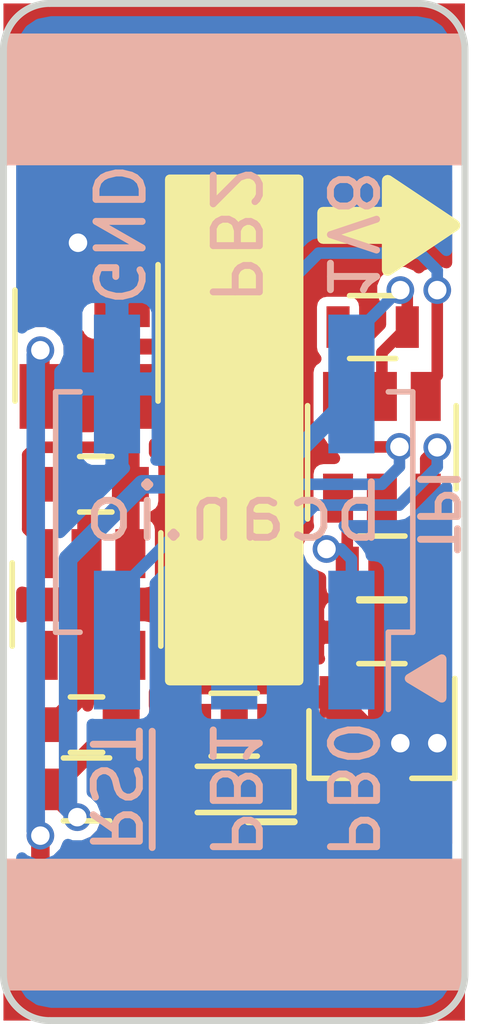
<source format=kicad_pcb>
(kicad_pcb (version 4) (host pcbnew 4.0.6)

  (general
    (links 29)
    (no_connects 0)
    (area 144.924999 88.924999 155.075001 111.075001)
    (thickness 1.6)
    (drawings 20)
    (tracks 122)
    (zones 0)
    (modules 15)
    (nets 14)
  )

  (page A4)
  (title_block
    (title "IR Beacon Board")
    (date 2017-03-16)
    (rev 1.1)
    (company "ECE 445")
  )

  (layers
    (0 F.Cu signal)
    (31 B.Cu signal)
    (32 B.Adhes user)
    (33 F.Adhes user)
    (34 B.Paste user)
    (35 F.Paste user)
    (36 B.SilkS user)
    (37 F.SilkS user)
    (38 B.Mask user)
    (39 F.Mask user)
    (40 Dwgs.User user)
    (41 Cmts.User user)
    (42 Eco1.User user)
    (43 Eco2.User user)
    (44 Edge.Cuts user)
    (45 Margin user)
    (46 B.CrtYd user)
    (47 F.CrtYd user)
    (48 B.Fab user hide)
    (49 F.Fab user hide)
  )

  (setup
    (last_trace_width 0.25)
    (trace_clearance 0.2)
    (zone_clearance 0.2)
    (zone_45_only yes)
    (trace_min 0.16)
    (segment_width 0.2)
    (edge_width 0.15)
    (via_size 0.6)
    (via_drill 0.4)
    (via_min_size 0.4)
    (via_min_drill 0.3)
    (uvia_size 0.3)
    (uvia_drill 0.1)
    (uvias_allowed no)
    (uvia_min_size 0.2)
    (uvia_min_drill 0.1)
    (pcb_text_width 0.3)
    (pcb_text_size 1.5 1.5)
    (mod_edge_width 0.15)
    (mod_text_size 1 1)
    (mod_text_width 0.15)
    (pad_size 3.5 10)
    (pad_drill 0)
    (pad_to_mask_clearance 0.2)
    (aux_axis_origin 0 0)
    (visible_elements FFFFFF7F)
    (pcbplotparams
      (layerselection 0x010f0_80000001)
      (usegerberextensions true)
      (excludeedgelayer true)
      (linewidth 0.100000)
      (plotframeref false)
      (viasonmask false)
      (mode 1)
      (useauxorigin false)
      (hpglpennumber 1)
      (hpglpenspeed 20)
      (hpglpendiameter 15)
      (hpglpenoverlay 2)
      (psnegative false)
      (psa4output false)
      (plotreference true)
      (plotvalue true)
      (plotinvisibletext false)
      (padsonsilk false)
      (subtractmaskfromsilk false)
      (outputformat 1)
      (mirror false)
      (drillshape 0)
      (scaleselection 1)
      (outputdirectory images))
  )

  (net 0 "")
  (net 1 GND)
  (net 2 "Net-(D1-Pad2)")
  (net 3 "Net-(D1-Pad1)")
  (net 4 "Net-(Q1-Pad1)")
  (net 5 /~RST)
  (net 6 "Net-(U2-Pad4)")
  (net 7 VCC)
  (net 8 /RAIL_L)
  (net 9 /RAIL_R)
  (net 10 +1V8)
  (net 11 /PB2)
  (net 12 /PB0)
  (net 13 /PB1)

  (net_class Default "This is the default net class."
    (clearance 0.2)
    (trace_width 0.25)
    (via_dia 0.6)
    (via_drill 0.4)
    (uvia_dia 0.3)
    (uvia_drill 0.1)
    (add_net /PB0)
    (add_net /PB1)
    (add_net /PB2)
    (add_net /~RST)
    (add_net "Net-(Q1-Pad1)")
    (add_net "Net-(U2-Pad4)")
  )

  (net_class Power ""
    (clearance 0.2)
    (trace_width 0.4)
    (via_dia 0.6)
    (via_drill 0.4)
    (uvia_dia 0.3)
    (uvia_drill 0.1)
    (add_net +1V8)
    (add_net /RAIL_L)
    (add_net /RAIL_R)
    (add_net GND)
    (add_net "Net-(D1-Pad1)")
    (add_net "Net-(D1-Pad2)")
    (add_net VCC)
  )

  (net_class Tight ""
    (clearance 0.2)
    (trace_width 0.2)
    (via_dia 0.5)
    (via_drill 0.3)
    (uvia_dia 0.3)
    (uvia_drill 0.1)
  )

  (module Resistors_SMD:R_0603 (layer F.Cu) (tedit 5902B600) (tstamp 58C5DD79)
    (at 146.8 106)
    (descr "Resistor SMD 0603, reflow soldering, Vishay (see dcrcw.pdf)")
    (tags "resistor 0603")
    (path /5902BC3D)
    (attr smd)
    (fp_text reference R4 (at 0 0 90) (layer F.SilkS) hide
      (effects (font (size 0.6 0.6) (thickness 0.1)))
    )
    (fp_text value 47 (at 0 1.5) (layer F.Fab)
      (effects (font (size 1 1) (thickness 0.15)))
    )
    (fp_text user %R (at 0 -1.45) (layer F.Fab)
      (effects (font (size 1 1) (thickness 0.15)))
    )
    (fp_line (start -0.8 0.4) (end -0.8 -0.4) (layer F.Fab) (width 0.1))
    (fp_line (start 0.8 0.4) (end -0.8 0.4) (layer F.Fab) (width 0.1))
    (fp_line (start 0.8 -0.4) (end 0.8 0.4) (layer F.Fab) (width 0.1))
    (fp_line (start -0.8 -0.4) (end 0.8 -0.4) (layer F.Fab) (width 0.1))
    (fp_line (start 0.5 0.68) (end -0.5 0.68) (layer F.SilkS) (width 0.12))
    (fp_line (start -0.5 -0.68) (end 0.5 -0.68) (layer F.SilkS) (width 0.12))
    (fp_line (start -1.25 -0.7) (end 1.25 -0.7) (layer F.CrtYd) (width 0.05))
    (fp_line (start -1.25 -0.7) (end -1.25 0.7) (layer F.CrtYd) (width 0.05))
    (fp_line (start 1.25 0.7) (end 1.25 -0.7) (layer F.CrtYd) (width 0.05))
    (fp_line (start 1.25 0.7) (end -1.25 0.7) (layer F.CrtYd) (width 0.05))
    (pad 1 smd rect (at -0.75 0) (size 0.5 0.9) (layers F.Cu F.Paste F.Mask)
      (net 10 +1V8))
    (pad 2 smd rect (at 0.75 0) (size 0.5 0.9) (layers F.Cu F.Paste F.Mask)
      (net 2 "Net-(D1-Pad2)"))
    (model Resistors_SMD.3dshapes/R_0603.wrl
      (at (xyz 0 0 0))
      (scale (xyz 1 1 1))
      (rotate (xyz 0 0 0))
    )
  )

  (module Capacitors_SMD:C_0603 (layer F.Cu) (tedit 5902B607) (tstamp 58C5DD65)
    (at 146.8 104.6 180)
    (descr "Capacitor SMD 0603, reflow soldering, AVX (see smccp.pdf)")
    (tags "capacitor 0603")
    (path /59017DF4)
    (attr smd)
    (fp_text reference C2 (at 0 0 270) (layer F.SilkS) hide
      (effects (font (size 0.6 0.6) (thickness 0.1)))
    )
    (fp_text value 1u (at 0 1.5 180) (layer F.Fab)
      (effects (font (size 1 1) (thickness 0.15)))
    )
    (fp_text user %R (at 0 -1.5 180) (layer F.Fab)
      (effects (font (size 1 1) (thickness 0.15)))
    )
    (fp_line (start -0.8 0.4) (end -0.8 -0.4) (layer F.Fab) (width 0.1))
    (fp_line (start 0.8 0.4) (end -0.8 0.4) (layer F.Fab) (width 0.1))
    (fp_line (start 0.8 -0.4) (end 0.8 0.4) (layer F.Fab) (width 0.1))
    (fp_line (start -0.8 -0.4) (end 0.8 -0.4) (layer F.Fab) (width 0.1))
    (fp_line (start -0.35 -0.6) (end 0.35 -0.6) (layer F.SilkS) (width 0.12))
    (fp_line (start 0.35 0.6) (end -0.35 0.6) (layer F.SilkS) (width 0.12))
    (fp_line (start -1.4 -0.65) (end 1.4 -0.65) (layer F.CrtYd) (width 0.05))
    (fp_line (start -1.4 -0.65) (end -1.4 0.65) (layer F.CrtYd) (width 0.05))
    (fp_line (start 1.4 0.65) (end 1.4 -0.65) (layer F.CrtYd) (width 0.05))
    (fp_line (start 1.4 0.65) (end -1.4 0.65) (layer F.CrtYd) (width 0.05))
    (pad 1 smd rect (at -0.75 0 180) (size 0.8 0.75) (layers F.Cu F.Paste F.Mask)
      (net 10 +1V8))
    (pad 2 smd rect (at 0.75 0 180) (size 0.8 0.75) (layers F.Cu F.Paste F.Mask)
      (net 1 GND))
    (model Capacitors_SMD.3dshapes/C_0603.wrl
      (at (xyz 0 0 0))
      (scale (xyz 1 1 1))
      (rotate (xyz 0 0 0))
    )
  )

  (module Resistors_SMD:R_0603 (layer F.Cu) (tedit 5902B60E) (tstamp 58C5DD7E)
    (at 150 104.6)
    (descr "Resistor SMD 0603, reflow soldering, Vishay (see dcrcw.pdf)")
    (tags "resistor 0603")
    (path /5902BB8D)
    (attr smd)
    (fp_text reference R5 (at 0 0 90) (layer F.SilkS) hide
      (effects (font (size 0.6 0.6) (thickness 0.1)))
    )
    (fp_text value R (at 0 1.5) (layer F.Fab)
      (effects (font (size 1 1) (thickness 0.15)))
    )
    (fp_text user %R (at 0 -1.45) (layer F.Fab)
      (effects (font (size 1 1) (thickness 0.15)))
    )
    (fp_line (start -0.8 0.4) (end -0.8 -0.4) (layer F.Fab) (width 0.1))
    (fp_line (start 0.8 0.4) (end -0.8 0.4) (layer F.Fab) (width 0.1))
    (fp_line (start 0.8 -0.4) (end 0.8 0.4) (layer F.Fab) (width 0.1))
    (fp_line (start -0.8 -0.4) (end 0.8 -0.4) (layer F.Fab) (width 0.1))
    (fp_line (start 0.5 0.68) (end -0.5 0.68) (layer F.SilkS) (width 0.12))
    (fp_line (start -0.5 -0.68) (end 0.5 -0.68) (layer F.SilkS) (width 0.12))
    (fp_line (start -1.25 -0.7) (end 1.25 -0.7) (layer F.CrtYd) (width 0.05))
    (fp_line (start -1.25 -0.7) (end -1.25 0.7) (layer F.CrtYd) (width 0.05))
    (fp_line (start 1.25 0.7) (end 1.25 -0.7) (layer F.CrtYd) (width 0.05))
    (fp_line (start 1.25 0.7) (end -1.25 0.7) (layer F.CrtYd) (width 0.05))
    (pad 1 smd rect (at -0.75 0) (size 0.5 0.9) (layers F.Cu F.Paste F.Mask)
      (net 2 "Net-(D1-Pad2)"))
    (pad 2 smd rect (at 0.75 0) (size 0.5 0.9) (layers F.Cu F.Paste F.Mask)
      (net 3 "Net-(D1-Pad1)"))
    (model Resistors_SMD.3dshapes/R_0603.wrl
      (at (xyz 0 0 0))
      (scale (xyz 1 1 1))
      (rotate (xyz 0 0 0))
    )
  )

  (module LEDs:LED_0603 (layer F.Cu) (tedit 58CB11E2) (tstamp 58AB3387)
    (at 150 106 180)
    (descr "LED 0603 smd package")
    (tags "LED led 0603 SMD smd SMT smt smdled SMDLED smtled SMTLED")
    (path /588C319B)
    (attr smd)
    (fp_text reference D1 (at 0 0 270) (layer F.SilkS) hide
      (effects (font (size 0.6 0.6) (thickness 0.1)))
    )
    (fp_text value IR (at 0 1.35 180) (layer F.Fab)
      (effects (font (size 1 1) (thickness 0.15)))
    )
    (fp_line (start -1.3 -0.5) (end -1.3 0.5) (layer F.SilkS) (width 0.12))
    (fp_line (start -0.2 -0.2) (end -0.2 0.2) (layer F.Fab) (width 0.1))
    (fp_line (start -0.15 0) (end 0.15 -0.2) (layer F.Fab) (width 0.1))
    (fp_line (start 0.15 0.2) (end -0.15 0) (layer F.Fab) (width 0.1))
    (fp_line (start 0.15 -0.2) (end 0.15 0.2) (layer F.Fab) (width 0.1))
    (fp_line (start 0.8 0.4) (end -0.8 0.4) (layer F.Fab) (width 0.1))
    (fp_line (start 0.8 -0.4) (end 0.8 0.4) (layer F.Fab) (width 0.1))
    (fp_line (start -0.8 -0.4) (end 0.8 -0.4) (layer F.Fab) (width 0.1))
    (fp_line (start -0.8 0.4) (end -0.8 -0.4) (layer F.Fab) (width 0.1))
    (fp_line (start -1.3 0.5) (end 0.8 0.5) (layer F.SilkS) (width 0.12))
    (fp_line (start -1.3 -0.5) (end 0.8 -0.5) (layer F.SilkS) (width 0.12))
    (fp_line (start 1.45 -0.65) (end 1.45 0.65) (layer F.CrtYd) (width 0.05))
    (fp_line (start 1.45 0.65) (end -1.45 0.65) (layer F.CrtYd) (width 0.05))
    (fp_line (start -1.45 0.65) (end -1.45 -0.65) (layer F.CrtYd) (width 0.05))
    (fp_line (start -1.45 -0.65) (end 1.45 -0.65) (layer F.CrtYd) (width 0.05))
    (pad 2 smd rect (at 0.8 0) (size 0.8 0.8) (layers F.Cu F.Paste F.Mask)
      (net 2 "Net-(D1-Pad2)"))
    (pad 1 smd rect (at -0.8 0) (size 0.8 0.8) (layers F.Cu F.Paste F.Mask)
      (net 3 "Net-(D1-Pad1)"))
    (model LEDs.3dshapes/LED_0603.wrl
      (at (xyz 0 0 0))
      (scale (xyz 1 1 1))
      (rotate (xyz 0 0 180))
    )
  )

  (module TO_SOT_Packages_SMD:SOT-143 (layer F.Cu) (tedit 5902B620) (tstamp 58AB338F)
    (at 146.8 96.4 270)
    (descr SOT-143)
    (tags SOT-143)
    (path /58916D19)
    (attr smd)
    (fp_text reference D2 (at 0.25 0 360) (layer F.SilkS) hide
      (effects (font (size 0.6 0.6) (thickness 0.1)))
    )
    (fp_text value BAS4002A (at -0.28 2.48 270) (layer F.Fab)
      (effects (font (size 1 1) (thickness 0.15)))
    )
    (fp_line (start -1.2 1.55) (end 1.2 1.55) (layer F.SilkS) (width 0.12))
    (fp_line (start 1.2 -1.55) (end -1.75 -1.55) (layer F.SilkS) (width 0.12))
    (fp_line (start -1.2 -1) (end -0.7 -1.5) (layer F.Fab) (width 0.1))
    (fp_line (start -0.7 -1.5) (end 1.2 -1.5) (layer F.Fab) (width 0.1))
    (fp_line (start -1.2 1.5) (end -1.2 -1) (layer F.Fab) (width 0.1))
    (fp_line (start 1.2 1.5) (end -1.2 1.5) (layer F.Fab) (width 0.1))
    (fp_line (start 1.2 -1.5) (end 1.2 1.5) (layer F.Fab) (width 0.1))
    (fp_line (start 2.05 -1.75) (end 2.05 1.75) (layer F.CrtYd) (width 0.05))
    (fp_line (start 2.05 -1.75) (end -2.05 -1.75) (layer F.CrtYd) (width 0.05))
    (fp_line (start -2.05 1.75) (end 2.05 1.75) (layer F.CrtYd) (width 0.05))
    (fp_line (start -2.05 1.75) (end -2.05 -1.75) (layer F.CrtYd) (width 0.05))
    (pad 1 smd rect (at -1.1 -0.77 180) (size 1.2 1.4) (layers F.Cu F.Paste F.Mask)
      (net 1 GND))
    (pad 2 smd rect (at -1.1 0.95 180) (size 1 1.4) (layers F.Cu F.Paste F.Mask)
      (net 8 /RAIL_L))
    (pad 3 smd rect (at 1.1 0.95 180) (size 1 1.4) (layers F.Cu F.Paste F.Mask)
      (net 9 /RAIL_R))
    (pad 4 smd rect (at 1.1 -0.95 180) (size 1 1.4) (layers F.Cu F.Paste F.Mask)
      (net 7 VCC))
    (model TO_SOT_Packages_SMD.3dshapes/SOT-143.wrl
      (at (xyz 0 -0 0))
      (scale (xyz 1 1 1))
      (rotate (xyz 0 0 90))
    )
  )

  (module TO_SOT_Packages_SMD:SOT-23 (layer F.Cu) (tedit 5902B639) (tstamp 58AB3396)
    (at 153.2 105 270)
    (descr "SOT-23, Standard")
    (tags SOT-23)
    (path /589435EC)
    (attr smd)
    (fp_text reference Q1 (at 0 0 360) (layer F.SilkS) hide
      (effects (font (size 0.6 0.6) (thickness 0.1)))
    )
    (fp_text value BSS138 (at 0 2.5 270) (layer F.Fab)
      (effects (font (size 1 1) (thickness 0.15)))
    )
    (fp_line (start -0.7 -0.95) (end -0.7 1.5) (layer F.Fab) (width 0.1))
    (fp_line (start -0.15 -1.52) (end 0.7 -1.52) (layer F.Fab) (width 0.1))
    (fp_line (start -0.7 -0.95) (end -0.15 -1.52) (layer F.Fab) (width 0.1))
    (fp_line (start 0.7 -1.52) (end 0.7 1.52) (layer F.Fab) (width 0.1))
    (fp_line (start -0.7 1.52) (end 0.7 1.52) (layer F.Fab) (width 0.1))
    (fp_line (start 0.76 1.58) (end 0.76 0.65) (layer F.SilkS) (width 0.12))
    (fp_line (start 0.76 -1.58) (end 0.76 -0.65) (layer F.SilkS) (width 0.12))
    (fp_line (start -1.7 -1.75) (end 1.7 -1.75) (layer F.CrtYd) (width 0.05))
    (fp_line (start 1.7 -1.75) (end 1.7 1.75) (layer F.CrtYd) (width 0.05))
    (fp_line (start 1.7 1.75) (end -1.7 1.75) (layer F.CrtYd) (width 0.05))
    (fp_line (start -1.7 1.75) (end -1.7 -1.75) (layer F.CrtYd) (width 0.05))
    (fp_line (start 0.76 -1.58) (end -1.4 -1.58) (layer F.SilkS) (width 0.12))
    (fp_line (start 0.76 1.58) (end -0.7 1.58) (layer F.SilkS) (width 0.12))
    (pad 1 smd rect (at -1 -0.95 270) (size 0.9 0.8) (layers F.Cu F.Paste F.Mask)
      (net 4 "Net-(Q1-Pad1)"))
    (pad 2 smd rect (at -1 0.95 270) (size 0.9 0.8) (layers F.Cu F.Paste F.Mask)
      (net 1 GND))
    (pad 3 smd rect (at 1 0 270) (size 0.9 0.8) (layers F.Cu F.Paste F.Mask)
      (net 3 "Net-(D1-Pad1)"))
    (model TO_SOT_Packages_SMD.3dshapes/SOT-23.wrl
      (at (xyz 0 0 0))
      (scale (xyz 1 1 1))
      (rotate (xyz 0 0 90))
    )
  )

  (module TO_SOT_Packages_SMD:SOT-23-5 (layer F.Cu) (tedit 5902B636) (tstamp 58AB33C9)
    (at 146.8 102 270)
    (descr "5-pin SOT23 package")
    (tags SOT-23-5)
    (path /58AB0B0D)
    (attr smd)
    (fp_text reference U2 (at 0 0 360) (layer F.SilkS) hide
      (effects (font (size 0.6 0.6) (thickness 0.1)))
    )
    (fp_text value MIC5225-1.8YM5 (at 0 2.9 270) (layer F.Fab)
      (effects (font (size 1 1) (thickness 0.15)))
    )
    (fp_line (start -0.9 1.61) (end 0.9 1.61) (layer F.SilkS) (width 0.12))
    (fp_line (start 0.9 -1.61) (end -1.55 -1.61) (layer F.SilkS) (width 0.12))
    (fp_line (start -1.9 -1.8) (end 1.9 -1.8) (layer F.CrtYd) (width 0.05))
    (fp_line (start 1.9 -1.8) (end 1.9 1.8) (layer F.CrtYd) (width 0.05))
    (fp_line (start 1.9 1.8) (end -1.9 1.8) (layer F.CrtYd) (width 0.05))
    (fp_line (start -1.9 1.8) (end -1.9 -1.8) (layer F.CrtYd) (width 0.05))
    (fp_line (start -0.9 -0.9) (end -0.25 -1.55) (layer F.Fab) (width 0.1))
    (fp_line (start 0.9 -1.55) (end -0.25 -1.55) (layer F.Fab) (width 0.1))
    (fp_line (start -0.9 -0.9) (end -0.9 1.55) (layer F.Fab) (width 0.1))
    (fp_line (start 0.9 1.55) (end -0.9 1.55) (layer F.Fab) (width 0.1))
    (fp_line (start 0.9 -1.55) (end 0.9 1.55) (layer F.Fab) (width 0.1))
    (pad 1 smd rect (at -1.1 -0.95 270) (size 1.06 0.65) (layers F.Cu F.Paste F.Mask)
      (net 7 VCC))
    (pad 2 smd rect (at -1.1 0 270) (size 1.06 0.65) (layers F.Cu F.Paste F.Mask)
      (net 1 GND))
    (pad 3 smd rect (at -1.1 0.95 270) (size 1.06 0.65) (layers F.Cu F.Paste F.Mask)
      (net 7 VCC))
    (pad 4 smd rect (at 1.1 0.95 270) (size 1.06 0.65) (layers F.Cu F.Paste F.Mask)
      (net 6 "Net-(U2-Pad4)"))
    (pad 5 smd rect (at 1.1 -0.95 270) (size 1.06 0.65) (layers F.Cu F.Paste F.Mask)
      (net 10 +1V8))
    (model TO_SOT_Packages_SMD.3dshapes/SOT-23-5.wrl
      (at (xyz 0 0 0))
      (scale (xyz 1 1 1))
      (rotate (xyz 0 0 0))
    )
  )

  (module Capacitors_SMD:C_0603 (layer F.Cu) (tedit 5902B618) (tstamp 58C5DD60)
    (at 147 99.4 180)
    (descr "Capacitor SMD 0603, reflow soldering, AVX (see smccp.pdf)")
    (tags "capacitor 0603")
    (path /59017D8B)
    (attr smd)
    (fp_text reference C1 (at 0 0 270) (layer F.SilkS) hide
      (effects (font (size 0.6 0.6) (thickness 0.1)))
    )
    (fp_text value 10u (at 0 1.5 180) (layer F.Fab)
      (effects (font (size 1 1) (thickness 0.15)))
    )
    (fp_text user %R (at 0 -1.5 180) (layer F.Fab)
      (effects (font (size 1 1) (thickness 0.15)))
    )
    (fp_line (start -0.8 0.4) (end -0.8 -0.4) (layer F.Fab) (width 0.1))
    (fp_line (start 0.8 0.4) (end -0.8 0.4) (layer F.Fab) (width 0.1))
    (fp_line (start 0.8 -0.4) (end 0.8 0.4) (layer F.Fab) (width 0.1))
    (fp_line (start -0.8 -0.4) (end 0.8 -0.4) (layer F.Fab) (width 0.1))
    (fp_line (start -0.35 -0.6) (end 0.35 -0.6) (layer F.SilkS) (width 0.12))
    (fp_line (start 0.35 0.6) (end -0.35 0.6) (layer F.SilkS) (width 0.12))
    (fp_line (start -1.4 -0.65) (end 1.4 -0.65) (layer F.CrtYd) (width 0.05))
    (fp_line (start -1.4 -0.65) (end -1.4 0.65) (layer F.CrtYd) (width 0.05))
    (fp_line (start 1.4 0.65) (end 1.4 -0.65) (layer F.CrtYd) (width 0.05))
    (fp_line (start 1.4 0.65) (end -1.4 0.65) (layer F.CrtYd) (width 0.05))
    (pad 1 smd rect (at -0.75 0 180) (size 0.8 0.75) (layers F.Cu F.Paste F.Mask)
      (net 7 VCC))
    (pad 2 smd rect (at 0.75 0 180) (size 0.8 0.75) (layers F.Cu F.Paste F.Mask)
      (net 1 GND))
    (model Capacitors_SMD.3dshapes/C_0603.wrl
      (at (xyz 0 0 0))
      (scale (xyz 1 1 1))
      (rotate (xyz 0 0 0))
    )
  )

  (module Resistors_SMD:R_0603 (layer F.Cu) (tedit 5902B61D) (tstamp 58C5DD6A)
    (at 153 96 180)
    (descr "Resistor SMD 0603, reflow soldering, Vishay (see dcrcw.pdf)")
    (tags "resistor 0603")
    (path /59018AF1)
    (attr smd)
    (fp_text reference R1 (at 0 0 270) (layer F.SilkS) hide
      (effects (font (size 0.6 0.6) (thickness 0.1)))
    )
    (fp_text value 10k (at 0 1.5 180) (layer F.Fab)
      (effects (font (size 1 1) (thickness 0.15)))
    )
    (fp_text user %R (at 0 -1.45 180) (layer F.Fab)
      (effects (font (size 1 1) (thickness 0.15)))
    )
    (fp_line (start -0.8 0.4) (end -0.8 -0.4) (layer F.Fab) (width 0.1))
    (fp_line (start 0.8 0.4) (end -0.8 0.4) (layer F.Fab) (width 0.1))
    (fp_line (start 0.8 -0.4) (end 0.8 0.4) (layer F.Fab) (width 0.1))
    (fp_line (start -0.8 -0.4) (end 0.8 -0.4) (layer F.Fab) (width 0.1))
    (fp_line (start 0.5 0.68) (end -0.5 0.68) (layer F.SilkS) (width 0.12))
    (fp_line (start -0.5 -0.68) (end 0.5 -0.68) (layer F.SilkS) (width 0.12))
    (fp_line (start -1.25 -0.7) (end 1.25 -0.7) (layer F.CrtYd) (width 0.05))
    (fp_line (start -1.25 -0.7) (end -1.25 0.7) (layer F.CrtYd) (width 0.05))
    (fp_line (start 1.25 0.7) (end 1.25 -0.7) (layer F.CrtYd) (width 0.05))
    (fp_line (start 1.25 0.7) (end -1.25 0.7) (layer F.CrtYd) (width 0.05))
    (pad 1 smd rect (at -0.75 0 180) (size 0.5 0.9) (layers F.Cu F.Paste F.Mask)
      (net 10 +1V8))
    (pad 2 smd rect (at 0.75 0 180) (size 0.5 0.9) (layers F.Cu F.Paste F.Mask)
      (net 5 /~RST))
    (model Resistors_SMD.3dshapes/R_0603.wrl
      (at (xyz 0 0 0))
      (scale (xyz 1 1 1))
      (rotate (xyz 0 0 0))
    )
  )

  (module Resistors_SMD:R_0603 (layer F.Cu) (tedit 5902B615) (tstamp 58C5DD6F)
    (at 153.2 101.2)
    (descr "Resistor SMD 0603, reflow soldering, Vishay (see dcrcw.pdf)")
    (tags "resistor 0603")
    (path /5902B9E8)
    (attr smd)
    (fp_text reference R2 (at 0 0 90) (layer F.SilkS) hide
      (effects (font (size 0.6 0.6) (thickness 0.1)))
    )
    (fp_text value 100 (at 0 1.5) (layer F.Fab)
      (effects (font (size 1 1) (thickness 0.15)))
    )
    (fp_text user %R (at 0 -1.45) (layer F.Fab)
      (effects (font (size 1 1) (thickness 0.15)))
    )
    (fp_line (start -0.8 0.4) (end -0.8 -0.4) (layer F.Fab) (width 0.1))
    (fp_line (start 0.8 0.4) (end -0.8 0.4) (layer F.Fab) (width 0.1))
    (fp_line (start 0.8 -0.4) (end 0.8 0.4) (layer F.Fab) (width 0.1))
    (fp_line (start -0.8 -0.4) (end 0.8 -0.4) (layer F.Fab) (width 0.1))
    (fp_line (start 0.5 0.68) (end -0.5 0.68) (layer F.SilkS) (width 0.12))
    (fp_line (start -0.5 -0.68) (end 0.5 -0.68) (layer F.SilkS) (width 0.12))
    (fp_line (start -1.25 -0.7) (end 1.25 -0.7) (layer F.CrtYd) (width 0.05))
    (fp_line (start -1.25 -0.7) (end -1.25 0.7) (layer F.CrtYd) (width 0.05))
    (fp_line (start 1.25 0.7) (end 1.25 -0.7) (layer F.CrtYd) (width 0.05))
    (fp_line (start 1.25 0.7) (end -1.25 0.7) (layer F.CrtYd) (width 0.05))
    (pad 1 smd rect (at -0.75 0) (size 0.5 0.9) (layers F.Cu F.Paste F.Mask)
      (net 12 /PB0))
    (pad 2 smd rect (at 0.75 0) (size 0.5 0.9) (layers F.Cu F.Paste F.Mask)
      (net 4 "Net-(Q1-Pad1)"))
    (model Resistors_SMD.3dshapes/R_0603.wrl
      (at (xyz 0 0 0))
      (scale (xyz 1 1 1))
      (rotate (xyz 0 0 0))
    )
  )

  (module Resistors_SMD:R_0603 (layer F.Cu) (tedit 5902B612) (tstamp 58C5DD74)
    (at 153.2 102.6 180)
    (descr "Resistor SMD 0603, reflow soldering, Vishay (see dcrcw.pdf)")
    (tags "resistor 0603")
    (path /5902B922)
    (attr smd)
    (fp_text reference R3 (at 0 0 270) (layer F.SilkS) hide
      (effects (font (size 0.6 0.6) (thickness 0.1)))
    )
    (fp_text value 10k (at 0 1.5 180) (layer F.Fab)
      (effects (font (size 1 1) (thickness 0.15)))
    )
    (fp_text user %R (at 0 -1.45 180) (layer F.Fab)
      (effects (font (size 1 1) (thickness 0.15)))
    )
    (fp_line (start -0.8 0.4) (end -0.8 -0.4) (layer F.Fab) (width 0.1))
    (fp_line (start 0.8 0.4) (end -0.8 0.4) (layer F.Fab) (width 0.1))
    (fp_line (start 0.8 -0.4) (end 0.8 0.4) (layer F.Fab) (width 0.1))
    (fp_line (start -0.8 -0.4) (end 0.8 -0.4) (layer F.Fab) (width 0.1))
    (fp_line (start 0.5 0.68) (end -0.5 0.68) (layer F.SilkS) (width 0.12))
    (fp_line (start -0.5 -0.68) (end 0.5 -0.68) (layer F.SilkS) (width 0.12))
    (fp_line (start -1.25 -0.7) (end 1.25 -0.7) (layer F.CrtYd) (width 0.05))
    (fp_line (start -1.25 -0.7) (end -1.25 0.7) (layer F.CrtYd) (width 0.05))
    (fp_line (start 1.25 0.7) (end 1.25 -0.7) (layer F.CrtYd) (width 0.05))
    (fp_line (start 1.25 0.7) (end -1.25 0.7) (layer F.CrtYd) (width 0.05))
    (pad 1 smd rect (at -0.75 0 180) (size 0.5 0.9) (layers F.Cu F.Paste F.Mask)
      (net 4 "Net-(Q1-Pad1)"))
    (pad 2 smd rect (at 0.75 0 180) (size 0.5 0.9) (layers F.Cu F.Paste F.Mask)
      (net 1 GND))
    (model Resistors_SMD.3dshapes/R_0603.wrl
      (at (xyz 0 0 0))
      (scale (xyz 1 1 1))
      (rotate (xyz 0 0 0))
    )
  )

  (module TO_SOT_Packages_SMD:SOT-23-6 (layer F.Cu) (tedit 5902B631) (tstamp 5902A844)
    (at 153.2 98.6 90)
    (descr "6-pin SOT-23 package")
    (tags SOT-23-6)
    (path /590190A0)
    (attr smd)
    (fp_text reference U1 (at 0 0 180) (layer F.SilkS) hide
      (effects (font (size 0.6 0.6) (thickness 0.1)))
    )
    (fp_text value ATTINY10-TS (at 0 2.9 90) (layer F.Fab)
      (effects (font (size 1 1) (thickness 0.15)))
    )
    (fp_text user %R (at 0 0 90) (layer F.Fab)
      (effects (font (size 0.5 0.5) (thickness 0.075)))
    )
    (fp_line (start -0.9 1.61) (end 0.9 1.61) (layer F.SilkS) (width 0.12))
    (fp_line (start 0.9 -1.61) (end -1.55 -1.61) (layer F.SilkS) (width 0.12))
    (fp_line (start 1.9 -1.8) (end -1.9 -1.8) (layer F.CrtYd) (width 0.05))
    (fp_line (start 1.9 1.8) (end 1.9 -1.8) (layer F.CrtYd) (width 0.05))
    (fp_line (start -1.9 1.8) (end 1.9 1.8) (layer F.CrtYd) (width 0.05))
    (fp_line (start -1.9 -1.8) (end -1.9 1.8) (layer F.CrtYd) (width 0.05))
    (fp_line (start -0.9 -0.9) (end -0.25 -1.55) (layer F.Fab) (width 0.1))
    (fp_line (start 0.9 -1.55) (end -0.25 -1.55) (layer F.Fab) (width 0.1))
    (fp_line (start -0.9 -0.9) (end -0.9 1.55) (layer F.Fab) (width 0.1))
    (fp_line (start 0.9 1.55) (end -0.9 1.55) (layer F.Fab) (width 0.1))
    (fp_line (start 0.9 -1.55) (end 0.9 1.55) (layer F.Fab) (width 0.1))
    (pad 1 smd rect (at -1.1 -0.95 90) (size 1.06 0.65) (layers F.Cu F.Paste F.Mask)
      (net 12 /PB0))
    (pad 2 smd rect (at -1.1 0 90) (size 1.06 0.65) (layers F.Cu F.Paste F.Mask)
      (net 1 GND))
    (pad 3 smd rect (at -1.1 0.95 90) (size 1.06 0.65) (layers F.Cu F.Paste F.Mask)
      (net 13 /PB1))
    (pad 4 smd rect (at 1.1 0.95 90) (size 1.06 0.65) (layers F.Cu F.Paste F.Mask)
      (net 11 /PB2))
    (pad 6 smd rect (at 1.1 -0.95 90) (size 1.06 0.65) (layers F.Cu F.Paste F.Mask)
      (net 5 /~RST))
    (pad 5 smd rect (at 1.1 0 90) (size 1.06 0.65) (layers F.Cu F.Paste F.Mask)
      (net 10 +1V8))
    (model ${KISYS3DMOD}/TO_SOT_Packages_SMD.3dshapes/SOT-23-6.wrl
      (at (xyz 0 0 0))
      (scale (xyz 1 1 1))
      (rotate (xyz 0 0 0))
    )
  )

  (module Pin_Headers:Pin_Header_Straight_2x03_Pitch2.54mm_SMD (layer B.Cu) (tedit 5902B409) (tstamp 5902B952)
    (at 150 100 90)
    (descr "surface-mounted straight pin header, 2x03, 2.54mm pitch, double rows")
    (tags "Surface mounted pin header SMD 2x03 2.54mm double row")
    (path /5902A7CD)
    (attr smd)
    (fp_text reference J3 (at 0 0 180) (layer B.SilkS) hide
      (effects (font (size 1 1) (thickness 0.15)) (justify mirror))
    )
    (fp_text value TPI (at 0 -4.87 90) (layer B.Fab)
      (effects (font (size 1 1) (thickness 0.15)) (justify mirror))
    )
    (fp_line (start -2.54 3.81) (end -2.54 -3.81) (layer B.Fab) (width 0.1))
    (fp_line (start -2.54 -3.81) (end 2.54 -3.81) (layer B.Fab) (width 0.1))
    (fp_line (start 2.54 -3.81) (end 2.54 3.81) (layer B.Fab) (width 0.1))
    (fp_line (start 2.54 3.81) (end -2.54 3.81) (layer B.Fab) (width 0.1))
    (fp_line (start -2.54 2.86) (end -2.54 2.22) (layer B.Fab) (width 0.1))
    (fp_line (start -2.54 2.22) (end -3.92 2.22) (layer B.Fab) (width 0.1))
    (fp_line (start -3.92 2.22) (end -3.92 2.86) (layer B.Fab) (width 0.1))
    (fp_line (start -3.92 2.86) (end -2.54 2.86) (layer B.Fab) (width 0.1))
    (fp_line (start 2.54 2.86) (end 2.54 2.22) (layer B.Fab) (width 0.1))
    (fp_line (start 2.54 2.22) (end 3.92 2.22) (layer B.Fab) (width 0.1))
    (fp_line (start 3.92 2.22) (end 3.92 2.86) (layer B.Fab) (width 0.1))
    (fp_line (start 3.92 2.86) (end 2.54 2.86) (layer B.Fab) (width 0.1))
    (fp_line (start -2.54 0.32) (end -2.54 -0.32) (layer B.Fab) (width 0.1))
    (fp_line (start -2.54 -0.32) (end -3.92 -0.32) (layer B.Fab) (width 0.1))
    (fp_line (start -3.92 -0.32) (end -3.92 0.32) (layer B.Fab) (width 0.1))
    (fp_line (start -3.92 0.32) (end -2.54 0.32) (layer B.Fab) (width 0.1))
    (fp_line (start 2.54 0.32) (end 2.54 -0.32) (layer B.Fab) (width 0.1))
    (fp_line (start 2.54 -0.32) (end 3.92 -0.32) (layer B.Fab) (width 0.1))
    (fp_line (start 3.92 -0.32) (end 3.92 0.32) (layer B.Fab) (width 0.1))
    (fp_line (start 3.92 0.32) (end 2.54 0.32) (layer B.Fab) (width 0.1))
    (fp_line (start -2.54 -2.22) (end -2.54 -2.86) (layer B.Fab) (width 0.1))
    (fp_line (start -2.54 -2.86) (end -3.92 -2.86) (layer B.Fab) (width 0.1))
    (fp_line (start -3.92 -2.86) (end -3.92 -2.22) (layer B.Fab) (width 0.1))
    (fp_line (start -3.92 -2.22) (end -2.54 -2.22) (layer B.Fab) (width 0.1))
    (fp_line (start 2.54 -2.22) (end 2.54 -2.86) (layer B.Fab) (width 0.1))
    (fp_line (start 2.54 -2.86) (end 3.92 -2.86) (layer B.Fab) (width 0.1))
    (fp_line (start 3.92 -2.86) (end 3.92 -2.22) (layer B.Fab) (width 0.1))
    (fp_line (start 3.92 -2.22) (end 2.54 -2.22) (layer B.Fab) (width 0.1))
    (fp_line (start -2.6 3.34) (end -2.6 3.87) (layer B.SilkS) (width 0.12))
    (fp_line (start -2.6 3.87) (end 2.6 3.87) (layer B.SilkS) (width 0.12))
    (fp_line (start 2.6 3.87) (end 2.6 3.34) (layer B.SilkS) (width 0.12))
    (fp_line (start -2.6 -3.34) (end -2.6 -3.87) (layer B.SilkS) (width 0.12))
    (fp_line (start -2.6 -3.87) (end 2.6 -3.87) (layer B.SilkS) (width 0.12))
    (fp_line (start 2.6 -3.87) (end 2.6 -3.34) (layer B.SilkS) (width 0.12))
    (fp_line (start -4.27 3.34) (end -2.6 3.34) (layer B.SilkS) (width 0.12))
    (fp_line (start -4.8 4.35) (end -4.8 -4.35) (layer B.CrtYd) (width 0.05))
    (fp_line (start -4.8 -4.35) (end 4.8 -4.35) (layer B.CrtYd) (width 0.05))
    (fp_line (start 4.8 -4.35) (end 4.8 4.35) (layer B.CrtYd) (width 0.05))
    (fp_line (start 4.8 4.35) (end -4.8 4.35) (layer B.CrtYd) (width 0.05))
    (fp_text user %R (at 0 4.87 90) (layer B.Fab)
      (effects (font (size 1 1) (thickness 0.15)) (justify mirror))
    )
    (pad 1 smd rect (at -2.77 2.54 90) (size 3 1) (layers B.Cu B.Paste B.Mask)
      (net 12 /PB0))
    (pad 2 smd rect (at 2.77 2.54 90) (size 3 1) (layers B.Cu B.Paste B.Mask)
      (net 10 +1V8))
    (pad 3 smd rect (at -2.77 0 90) (size 3 1) (layers B.Cu B.Paste B.Mask)
      (net 13 /PB1))
    (pad 4 smd rect (at 2.77 0 90) (size 3 1) (layers B.Cu B.Paste B.Mask)
      (net 11 /PB2))
    (pad 5 smd rect (at -2.77 -2.54 90) (size 3 1) (layers B.Cu B.Paste B.Mask)
      (net 5 /~RST))
    (pad 6 smd rect (at 2.77 -2.54 90) (size 3 1) (layers B.Cu B.Paste B.Mask)
      (net 1 GND))
    (model ${KISYS3DMOD}/Pin_Headers.3dshapes/Pin_Header_Straight_2x03_Pitch2.54mm_SMD.wrl
      (at (xyz 0 0 0))
      (scale (xyz 1 1 1))
      (rotate (xyz 0 0 0))
    )
  )

  (module bcan:Pad_Length10mm_Width3.5mm (layer F.Cu) (tedit 5902B5E5) (tstamp 5902BAD3)
    (at 150 109.25 90)
    (path /5901817D)
    (fp_text reference J2 (at 0 -5.75 90) (layer F.SilkS) hide
      (effects (font (size 1 1) (thickness 0.15)))
    )
    (fp_text value R (at 0 5.75 90) (layer F.Fab)
      (effects (font (size 1 1) (thickness 0.15)))
    )
    (pad 1 smd rect (at 0 0 90) (size 3.5 10) (layers F.Cu F.Mask)
      (net 9 /RAIL_R))
  )

  (module bcan:Pad_Length10mm_Width3.5mm (layer F.Cu) (tedit 5902B5E3) (tstamp 5902BACE)
    (at 150 90.75 90)
    (path /5901811B)
    (fp_text reference J1 (at 0 -5.75 90) (layer F.SilkS) hide
      (effects (font (size 1 1) (thickness 0.15)))
    )
    (fp_text value L (at 0 5.75 90) (layer F.Fab)
      (effects (font (size 1 1) (thickness 0.15)))
    )
    (pad 1 smd rect (at 0 0 90) (size 3.5 10) (layers F.Cu F.Mask)
      (net 8 /RAIL_L))
  )

  (gr_text v2.0 (at 145.8 93.8 270) (layer B.Mask)
    (effects (font (size 0.8 0.8) (thickness 0.15)) (justify mirror))
  )
  (gr_arc (start 146 90) (end 145 90) (angle 90) (layer Edge.Cuts) (width 0.15))
  (gr_arc (start 146 110) (end 146 111) (angle 90) (layer Edge.Cuts) (width 0.15))
  (gr_arc (start 154 110) (end 155 110) (angle 90) (layer Edge.Cuts) (width 0.15))
  (gr_arc (start 154 90) (end 154 89) (angle 90) (layer Edge.Cuts) (width 0.15))
  (gr_text bcan.io (at 150 100) (layer B.SilkS)
    (effects (font (size 1.2 1.2) (thickness 0.15)) (justify mirror))
  )
  (gr_text TPI (at 154.4 100 270) (layer B.SilkS)
    (effects (font (size 0.8 0.8) (thickness 0.15)) (justify mirror))
  )
  (gr_text ~RST (at 147.4 106 270) (layer B.SilkS)
    (effects (font (size 1 1) (thickness 0.15)) (justify mirror))
  )
  (gr_text 1V8 (at 152.54 94 270) (layer B.SilkS)
    (effects (font (size 1 1) (thickness 0.15)) (justify mirror))
  )
  (gr_text GND (at 147.46 94 270) (layer B.SilkS)
    (effects (font (size 1 1) (thickness 0.15)) (justify mirror))
  )
  (gr_text PB2 (at 150 94 270) (layer B.SilkS)
    (effects (font (size 1 1) (thickness 0.15)) (justify mirror))
  )
  (gr_text PB1 (at 150 106 270) (layer B.SilkS)
    (effects (font (size 1 1) (thickness 0.15)) (justify mirror))
  )
  (gr_text PB0 (at 152.54 106 270) (layer B.SilkS)
    (effects (font (size 1 1) (thickness 0.15)) (justify mirror))
  )
  (gr_text LEFT (at 150 91.2) (layer B.Mask)
    (effects (font (size 2 2) (thickness 0.25)) (justify mirror))
  )
  (gr_text RIGHT (at 150 109) (layer B.Mask)
    (effects (font (size 2 2) (thickness 0.25)) (justify mirror))
  )
  (gr_line (start 150.3 106.7) (end 151.3 106.7) (layer F.SilkS) (width 0.15))
  (gr_line (start 154 111) (end 146 111) (layer Edge.Cuts) (width 0.15))
  (gr_line (start 146 89) (end 154 89) (layer Edge.Cuts) (width 0.15))
  (gr_line (start 145 110) (end 145 90) (layer Edge.Cuts) (width 0.15))
  (gr_line (start 155 90) (end 155 110) (layer Edge.Cuts) (width 0.15))

  (segment (start 153.6 105) (end 154.4 105) (width 0.4) (layer F.Cu) (net 1))
  (segment (start 146.615004 94.175987) (end 147.57 95.130983) (width 0.4) (layer F.Cu) (net 1))
  (segment (start 147.57 95.130983) (end 147.57 95.3) (width 0.4) (layer F.Cu) (net 1))
  (segment (start 147.46 95.020983) (end 146.915003 94.475986) (width 0.4) (layer B.Cu) (net 1))
  (segment (start 147.46 97.23) (end 147.46 95.020983) (width 0.4) (layer B.Cu) (net 1))
  (segment (start 146.915003 94.475986) (end 146.615004 94.175987) (width 0.4) (layer B.Cu) (net 1))
  (via (at 146.615004 94.175987) (size 0.6) (drill 0.4) (layers F.Cu B.Cu) (net 1))
  (via (at 154.4 105) (size 0.6) (drill 0.4) (layers F.Cu B.Cu) (net 1))
  (segment (start 153.2 105) (end 153.6 105) (width 0.4) (layer F.Cu) (net 1))
  (segment (start 152.25 104.05) (end 153.2 105) (width 0.4) (layer F.Cu) (net 1))
  (segment (start 152.25 104) (end 152.25 104.05) (width 0.4) (layer F.Cu) (net 1))
  (via (at 153.6 105) (size 0.6) (drill 0.4) (layers F.Cu B.Cu) (net 1))
  (segment (start 148.650001 101.575001) (end 149.025001 101.575001) (width 0.4) (layer F.Cu) (net 1))
  (segment (start 149.025001 101.575001) (end 151.45 104) (width 0.4) (layer F.Cu) (net 1))
  (segment (start 151.45 104) (end 152.25 104) (width 0.4) (layer F.Cu) (net 1))
  (segment (start 146.25 99.4) (end 146.8 99.95) (width 0.4) (layer F.Cu) (net 1))
  (segment (start 146.8 99.95) (end 146.8 100.9) (width 0.4) (layer F.Cu) (net 1))
  (segment (start 148.650001 95.380001) (end 148.650001 98.6) (width 0.4) (layer F.Cu) (net 1))
  (segment (start 148.650001 98.6) (end 148.650001 101.575001) (width 0.4) (layer F.Cu) (net 1))
  (segment (start 146.8 100.9) (end 146.8 102) (width 0.4) (layer F.Cu) (net 1))
  (segment (start 147.57 95.3) (end 148.57 95.3) (width 0.4) (layer F.Cu) (net 1))
  (segment (start 146.8 102) (end 146.8 103.85) (width 0.4) (layer F.Cu) (net 1))
  (segment (start 148.57 95.3) (end 148.650001 95.380001) (width 0.4) (layer F.Cu) (net 1))
  (segment (start 148.650001 101.575001) (end 148.225002 102) (width 0.4) (layer F.Cu) (net 1))
  (segment (start 148.225002 102) (end 146.8 102) (width 0.4) (layer F.Cu) (net 1))
  (segment (start 146.8 103.85) (end 146.05 104.6) (width 0.4) (layer F.Cu) (net 1))
  (segment (start 152.45 102.6) (end 152.45 103.8) (width 0.4) (layer F.Cu) (net 1))
  (segment (start 152.45 103.8) (end 152.25 104) (width 0.4) (layer F.Cu) (net 1))
  (segment (start 153.2 99.7) (end 153.2 101.85) (width 0.4) (layer F.Cu) (net 1))
  (segment (start 153.2 101.85) (end 152.45 102.6) (width 0.4) (layer F.Cu) (net 1))
  (segment (start 146.05 104.6) (end 146.075 104.6) (width 0.4) (layer F.Cu) (net 1))
  (segment (start 147.55 106) (end 149.2 106) (width 0.4) (layer F.Cu) (net 2))
  (segment (start 149.2 106) (end 149.2 104.65) (width 0.4) (layer F.Cu) (net 2))
  (segment (start 149.2 104.65) (end 149.25 104.6) (width 0.4) (layer F.Cu) (net 2))
  (segment (start 150.8 106) (end 150.8 104.65) (width 0.4) (layer F.Cu) (net 3))
  (segment (start 150.8 104.65) (end 150.75 104.6) (width 0.4) (layer F.Cu) (net 3))
  (segment (start 153.2 106) (end 150.8 106) (width 0.4) (layer F.Cu) (net 3))
  (segment (start 153.95 102.6) (end 153.95 103.8) (width 0.25) (layer F.Cu) (net 4))
  (segment (start 153.95 103.8) (end 154.15 104) (width 0.25) (layer F.Cu) (net 4))
  (segment (start 153.95 101.2) (end 153.95 102.6) (width 0.25) (layer F.Cu) (net 4))
  (segment (start 149.2 100) (end 147.46 101.74) (width 0.25) (layer B.Cu) (net 5))
  (segment (start 150.8 100) (end 149.2 100) (width 0.25) (layer B.Cu) (net 5))
  (segment (start 151.4 99.4) (end 150.8 100) (width 0.25) (layer B.Cu) (net 5))
  (segment (start 147.46 101.74) (end 147.46 102.77) (width 0.25) (layer B.Cu) (net 5))
  (segment (start 153.2 99.4) (end 151.4 99.4) (width 0.25) (layer B.Cu) (net 5))
  (segment (start 153.58102 99.01898) (end 153.2 99.4) (width 0.25) (layer B.Cu) (net 5))
  (segment (start 153.58102 98.591373) (end 153.58102 99.01898) (width 0.25) (layer B.Cu) (net 5))
  (segment (start 152.561373 98.591373) (end 153.58102 98.591373) (width 0.25) (layer F.Cu) (net 5))
  (segment (start 152.25 98.28) (end 152.561373 98.591373) (width 0.25) (layer F.Cu) (net 5))
  (segment (start 152.25 97.5) (end 152.25 98.28) (width 0.25) (layer F.Cu) (net 5))
  (via (at 153.58102 98.591373) (size 0.6) (drill 0.4) (layers F.Cu B.Cu) (net 5))
  (segment (start 152.25 96) (end 152.25 97.5) (width 0.25) (layer F.Cu) (net 5))
  (segment (start 147.75 97.5) (end 147.75 98.6) (width 0.4) (layer F.Cu) (net 7))
  (segment (start 147.75 98.6) (end 147.75 99.4) (width 0.4) (layer F.Cu) (net 7))
  (segment (start 145.85 100.9) (end 145.85 100.695) (width 0.25) (layer F.Cu) (net 7))
  (segment (start 145.85 100.695) (end 145.524999 100.369999) (width 0.25) (layer F.Cu) (net 7))
  (segment (start 145.524999 100.369999) (end 145.524999 98.764999) (width 0.25) (layer F.Cu) (net 7))
  (segment (start 145.689998 98.6) (end 147.75 98.6) (width 0.25) (layer F.Cu) (net 7))
  (segment (start 145.524999 98.764999) (end 145.689998 98.6) (width 0.25) (layer F.Cu) (net 7))
  (segment (start 147.75 100.9) (end 147.75 99.4) (width 0.4) (layer F.Cu) (net 7))
  (segment (start 145.85 90.75) (end 145.85 95.3) (width 0.4) (layer F.Cu) (net 8))
  (segment (start 150 90.75) (end 145.85 90.75) (width 0.4) (layer F.Cu) (net 8))
  (segment (start 145.8 96.500032) (end 145.7 96.600032) (width 0.4) (layer B.Cu) (net 9))
  (segment (start 145.7 96.600032) (end 145.7 106.9) (width 0.4) (layer B.Cu) (net 9))
  (segment (start 145.7 106.9) (end 145.8 107) (width 0.4) (layer B.Cu) (net 9))
  (segment (start 145.8 109.2) (end 145.85 109.25) (width 0.4) (layer F.Cu) (net 9))
  (segment (start 145.8 107) (end 145.8 109.2) (width 0.4) (layer F.Cu) (net 9))
  (segment (start 145.85 109.25) (end 150 109.25) (width 0.4) (layer F.Cu) (net 9))
  (via (at 145.8 107) (size 0.6) (drill 0.4) (layers F.Cu B.Cu) (net 9))
  (segment (start 145.8 96.924296) (end 145.8 96.500032) (width 0.4) (layer F.Cu) (net 9))
  (segment (start 145.8 97.45) (end 145.8 96.924296) (width 0.4) (layer F.Cu) (net 9))
  (segment (start 145.85 97.5) (end 145.8 97.45) (width 0.4) (layer F.Cu) (net 9))
  (via (at 145.8 96.500032) (size 0.6) (drill 0.4) (layers F.Cu B.Cu) (net 9))
  (segment (start 152.54 97.517524) (end 152.54 97.23) (width 0.4) (layer B.Cu) (net 10))
  (segment (start 148.010002 99.4) (end 150.657524 99.4) (width 0.4) (layer B.Cu) (net 10))
  (segment (start 146.4 101.010002) (end 148.010002 99.4) (width 0.4) (layer B.Cu) (net 10))
  (segment (start 150.657524 99.4) (end 152.54 97.517524) (width 0.4) (layer B.Cu) (net 10))
  (segment (start 146.4 106.4) (end 146.4 101.010002) (width 0.4) (layer B.Cu) (net 10))
  (segment (start 146.6 106.6) (end 146.4 106.4) (width 0.4) (layer B.Cu) (net 10))
  (segment (start 146.05 106) (end 146.05 106.05) (width 0.4) (layer F.Cu) (net 10))
  (segment (start 146.05 106.05) (end 146.6 106.6) (width 0.4) (layer F.Cu) (net 10))
  (via (at 146.6 106.6) (size 0.6) (drill 0.4) (layers F.Cu B.Cu) (net 10))
  (segment (start 153.57 95.2) (end 153.6 95.2) (width 0.25) (layer B.Cu) (net 10))
  (segment (start 152.54 96.23) (end 153.57 95.2) (width 0.25) (layer B.Cu) (net 10))
  (segment (start 153.65 95.2) (end 153.6 95.2) (width 0.25) (layer F.Cu) (net 10))
  (segment (start 153.75 96) (end 153.75 95.3) (width 0.25) (layer F.Cu) (net 10))
  (segment (start 153.75 95.3) (end 153.65 95.2) (width 0.25) (layer F.Cu) (net 10))
  (via (at 153.6 95.2) (size 0.6) (drill 0.4) (layers F.Cu B.Cu) (net 10))
  (segment (start 152.54 97.23) (end 152.54 96.23) (width 0.25) (layer B.Cu) (net 10))
  (segment (start 153.75 96) (end 153.2 96.55) (width 0.25) (layer F.Cu) (net 10))
  (segment (start 153.2 96.55) (end 153.2 97.5) (width 0.25) (layer F.Cu) (net 10))
  (segment (start 147.75 103.1) (end 147.75 104.4) (width 0.4) (layer F.Cu) (net 10))
  (segment (start 147.75 104.4) (end 147.55 104.6) (width 0.4) (layer F.Cu) (net 10))
  (segment (start 147.55 104.6) (end 147.45 104.6) (width 0.4) (layer F.Cu) (net 10))
  (segment (start 147.45 104.6) (end 146.05 106) (width 0.4) (layer F.Cu) (net 10))
  (segment (start 150 97.23) (end 150 96.23) (width 0.25) (layer B.Cu) (net 11))
  (segment (start 150 96.23) (end 151.83 94.4) (width 0.25) (layer B.Cu) (net 11))
  (segment (start 151.83 94.4) (end 154.024264 94.4) (width 0.25) (layer B.Cu) (net 11))
  (segment (start 154.024264 94.4) (end 154.4 94.775736) (width 0.25) (layer B.Cu) (net 11))
  (segment (start 154.4 94.775736) (end 154.4 95.2) (width 0.25) (layer B.Cu) (net 11))
  (segment (start 154.15 97.5) (end 154.15 97.295) (width 0.25) (layer F.Cu) (net 11))
  (segment (start 154.15 97.295) (end 154.4 97.045) (width 0.25) (layer F.Cu) (net 11))
  (segment (start 154.4 97.045) (end 154.4 95.2) (width 0.25) (layer F.Cu) (net 11))
  (via (at 154.4 95.2) (size 0.6) (drill 0.4) (layers F.Cu B.Cu) (net 11))
  (segment (start 152.45 100.6) (end 152.45 100.75) (width 0.25) (layer F.Cu) (net 12))
  (segment (start 152.4 100.8) (end 152 100.8) (width 0.25) (layer F.Cu) (net 12))
  (segment (start 152.45 100.75) (end 152.4 100.8) (width 0.25) (layer F.Cu) (net 12))
  (segment (start 152.32 100.8) (end 152 100.8) (width 0.25) (layer B.Cu) (net 12))
  (segment (start 152.54 101.02) (end 152.32 100.8) (width 0.25) (layer B.Cu) (net 12))
  (segment (start 152.54 102.77) (end 152.54 101.02) (width 0.25) (layer B.Cu) (net 12))
  (via (at 152 100.8) (size 0.6) (drill 0.4) (layers F.Cu B.Cu) (net 12))
  (segment (start 152.45 101.2) (end 152.45 100.6) (width 0.25) (layer F.Cu) (net 12))
  (segment (start 152.45 100.6) (end 152.45 99.9) (width 0.25) (layer F.Cu) (net 12))
  (segment (start 152.45 99.9) (end 152.25 99.7) (width 0.25) (layer F.Cu) (net 12))
  (segment (start 150 101.6) (end 150 102.77) (width 0.25) (layer B.Cu) (net 13))
  (segment (start 151.749989 99.850011) (end 150 101.6) (width 0.25) (layer B.Cu) (net 13))
  (segment (start 153.574253 99.850011) (end 151.749989 99.850011) (width 0.25) (layer B.Cu) (net 13))
  (segment (start 154.4 98.6) (end 154.4 99.024264) (width 0.25) (layer B.Cu) (net 13))
  (segment (start 154.4 99.024264) (end 153.574253 99.850011) (width 0.25) (layer B.Cu) (net 13))
  (segment (start 154.15 99.7) (end 154.15 98.85) (width 0.25) (layer F.Cu) (net 13))
  (segment (start 154.15 98.85) (end 154.4 98.6) (width 0.25) (layer F.Cu) (net 13))
  (via (at 154.4 98.6) (size 0.6) (drill 0.4) (layers F.Cu B.Cu) (net 13))

  (zone (net 0) (net_name "") (layer F.SilkS) (tstamp 0) (hatch edge 0.508)
    (connect_pads (clearance 0.25))
    (min_thickness 0.25)
    (fill yes (arc_segments 16) (thermal_gap 0.5) (thermal_bridge_width 0.5))
    (polygon
      (pts
        (xy 155 93.8) (xy 153.2 95) (xy 153.2 94.2) (xy 151.8 94.2) (xy 151.8 93.4)
        (xy 153.2 93.4) (xy 153.2 92.6)
      )
    )
    (filled_polygon
      (pts
        (xy 154.774653 93.8) (xy 153.325 94.766435) (xy 153.325 94.2) (xy 153.315152 94.151368) (xy 153.287159 94.110399)
        (xy 153.245432 94.083549) (xy 153.2 94.075) (xy 151.925 94.075) (xy 151.925 93.525) (xy 153.2 93.525)
        (xy 153.248632 93.515152) (xy 153.289601 93.487159) (xy 153.316451 93.445432) (xy 153.325 93.4) (xy 153.325 92.833565)
      )
    )
  )
  (zone (net 1) (net_name GND) (layer F.Cu) (tstamp 0) (hatch edge 0.508)
    (connect_pads (clearance 0.2))
    (min_thickness 0.25)
    (fill yes (arc_segments 16) (thermal_gap 0.25) (thermal_bridge_width 0.5) (smoothing fillet) (radius 1))
    (polygon
      (pts
        (xy 145 89) (xy 155 89) (xy 155 111) (xy 145 111)
      )
    )
    (filled_polygon
      (pts
        (xy 154.6 94.606307) (xy 154.524866 94.575109) (xy 154.276225 94.574892) (xy 154.046429 94.669842) (xy 154.000073 94.716117)
        (xy 153.954496 94.67046) (xy 153.724866 94.575109) (xy 153.476225 94.574892) (xy 153.246429 94.669842) (xy 153.07046 94.845504)
        (xy 152.975109 95.075134) (xy 152.974892 95.323775) (xy 153.069842 95.553571) (xy 153.168633 95.652535) (xy 153.168633 95.944971)
        (xy 152.881802 96.231802) (xy 152.831367 96.307283) (xy 152.831367 95.55) (xy 152.808705 95.429562) (xy 152.737526 95.318947)
        (xy 152.62892 95.24474) (xy 152.5 95.218633) (xy 152 95.218633) (xy 151.879562 95.241295) (xy 151.768947 95.312474)
        (xy 151.69474 95.42108) (xy 151.668633 95.55) (xy 151.668633 96.45) (xy 151.691295 96.570438) (xy 151.762474 96.681053)
        (xy 151.767995 96.684825) (xy 151.693947 96.732474) (xy 151.61974 96.84108) (xy 151.593633 96.97) (xy 151.593633 98.03)
        (xy 151.616295 98.150438) (xy 151.687474 98.261053) (xy 151.79608 98.33526) (xy 151.811618 98.338406) (xy 151.834254 98.452208)
        (xy 151.927242 98.591373) (xy 151.931802 98.598198) (xy 152.172237 98.838633) (xy 151.925 98.838633) (xy 151.804562 98.861295)
        (xy 151.693947 98.932474) (xy 151.61974 99.04108) (xy 151.593633 99.17) (xy 151.593633 100.23) (xy 151.608293 100.307911)
        (xy 151.47046 100.445504) (xy 151.375109 100.675134) (xy 151.374892 100.923775) (xy 151.469842 101.153571) (xy 151.645504 101.32954)
        (xy 151.868633 101.422192) (xy 151.868633 101.65) (xy 151.891295 101.770438) (xy 151.953133 101.866537) (xy 151.88209 101.937579)
        (xy 151.825 102.075408) (xy 151.825 102.38125) (xy 151.91875 102.475) (xy 152.325 102.475) (xy 152.325 102.455)
        (xy 152.575 102.455) (xy 152.575 102.475) (xy 152.98125 102.475) (xy 153.075 102.38125) (xy 153.075 102.075408)
        (xy 153.01791 101.937579) (xy 152.945992 101.865662) (xy 153.00526 101.77892) (xy 153.031367 101.65) (xy 153.031367 100.75)
        (xy 153.008705 100.629562) (xy 152.988338 100.597912) (xy 153.075 100.51125) (xy 153.075 99.825) (xy 153.055 99.825)
        (xy 153.055 99.575) (xy 153.075 99.575) (xy 153.075 99.555) (xy 153.325 99.555) (xy 153.325 99.575)
        (xy 153.345 99.575) (xy 153.345 99.825) (xy 153.325 99.825) (xy 153.325 100.51125) (xy 153.411013 100.597263)
        (xy 153.39474 100.62108) (xy 153.368633 100.75) (xy 153.368633 101.65) (xy 153.391295 101.770438) (xy 153.462474 101.881053)
        (xy 153.489296 101.89938) (xy 153.468947 101.912474) (xy 153.39474 102.02108) (xy 153.368633 102.15) (xy 153.368633 103.05)
        (xy 153.391295 103.170438) (xy 153.462474 103.281053) (xy 153.5 103.306693) (xy 153.5 103.340204) (xy 153.44474 103.42108)
        (xy 153.418633 103.55) (xy 153.418633 104.45) (xy 153.441295 104.570438) (xy 153.512474 104.681053) (xy 153.62108 104.75526)
        (xy 153.75 104.781367) (xy 154.55 104.781367) (xy 154.6 104.771959) (xy 154.6 107.168633) (xy 146.860455 107.168633)
        (xy 146.953571 107.130158) (xy 147.12954 106.954496) (xy 147.209075 106.762954) (xy 147.3 106.781367) (xy 147.8 106.781367)
        (xy 147.920438 106.758705) (xy 148.031053 106.687526) (xy 148.10526 106.57892) (xy 148.116179 106.525) (xy 148.494231 106.525)
        (xy 148.562474 106.631053) (xy 148.67108 106.70526) (xy 148.8 106.731367) (xy 149.6 106.731367) (xy 149.720438 106.708705)
        (xy 149.831053 106.637526) (xy 149.90526 106.52892) (xy 149.931367 106.4) (xy 149.931367 105.6) (xy 150.068633 105.6)
        (xy 150.068633 106.4) (xy 150.091295 106.520438) (xy 150.162474 106.631053) (xy 150.27108 106.70526) (xy 150.4 106.731367)
        (xy 151.2 106.731367) (xy 151.320438 106.708705) (xy 151.431053 106.637526) (xy 151.50526 106.52892) (xy 151.506054 106.525)
        (xy 152.482745 106.525) (xy 152.491295 106.570438) (xy 152.562474 106.681053) (xy 152.67108 106.75526) (xy 152.8 106.781367)
        (xy 153.6 106.781367) (xy 153.720438 106.758705) (xy 153.831053 106.687526) (xy 153.90526 106.57892) (xy 153.931367 106.45)
        (xy 153.931367 105.55) (xy 153.908705 105.429562) (xy 153.837526 105.318947) (xy 153.72892 105.24474) (xy 153.6 105.218633)
        (xy 152.8 105.218633) (xy 152.679562 105.241295) (xy 152.568947 105.312474) (xy 152.49474 105.42108) (xy 152.483821 105.475)
        (xy 151.505769 105.475) (xy 151.437526 105.368947) (xy 151.32892 105.29474) (xy 151.325 105.293946) (xy 151.325 105.081441)
        (xy 151.331367 105.05) (xy 151.331367 104.21875) (xy 151.475 104.21875) (xy 151.475 104.524592) (xy 151.53209 104.66242)
        (xy 151.637579 104.76791) (xy 151.775408 104.825) (xy 152.03125 104.825) (xy 152.125 104.73125) (xy 152.125 104.125)
        (xy 152.375 104.125) (xy 152.375 104.73125) (xy 152.46875 104.825) (xy 152.724592 104.825) (xy 152.862421 104.76791)
        (xy 152.96791 104.66242) (xy 153.025 104.524592) (xy 153.025 104.21875) (xy 152.93125 104.125) (xy 152.375 104.125)
        (xy 152.125 104.125) (xy 151.56875 104.125) (xy 151.475 104.21875) (xy 151.331367 104.21875) (xy 151.331367 104.15)
        (xy 151.308705 104.029562) (xy 151.237526 103.918947) (xy 151.12892 103.84474) (xy 151 103.818633) (xy 150.5 103.818633)
        (xy 150.379562 103.841295) (xy 150.268947 103.912474) (xy 150.19474 104.02108) (xy 150.168633 104.15) (xy 150.168633 105.05)
        (xy 150.191295 105.170438) (xy 150.262474 105.281053) (xy 150.275 105.289612) (xy 150.275 105.294231) (xy 150.168947 105.362474)
        (xy 150.09474 105.47108) (xy 150.068633 105.6) (xy 149.931367 105.6) (xy 149.908705 105.479562) (xy 149.837526 105.368947)
        (xy 149.72892 105.29474) (xy 149.725 105.293946) (xy 149.725 105.291421) (xy 149.731053 105.287526) (xy 149.80526 105.17892)
        (xy 149.831367 105.05) (xy 149.831367 104.15) (xy 149.808705 104.029562) (xy 149.737526 103.918947) (xy 149.62892 103.84474)
        (xy 149.5 103.818633) (xy 149 103.818633) (xy 148.879562 103.841295) (xy 148.768947 103.912474) (xy 148.69474 104.02108)
        (xy 148.668633 104.15) (xy 148.668633 105.05) (xy 148.675 105.083838) (xy 148.675 105.294231) (xy 148.568947 105.362474)
        (xy 148.49474 105.47108) (xy 148.493946 105.475) (xy 148.117255 105.475) (xy 148.108705 105.429562) (xy 148.037526 105.318947)
        (xy 148.004191 105.29617) (xy 148.070438 105.283705) (xy 148.181053 105.212526) (xy 148.25526 105.10392) (xy 148.281367 104.975)
        (xy 148.281367 104.225) (xy 148.275 104.191162) (xy 148.275 103.887508) (xy 148.306053 103.867526) (xy 148.38026 103.75892)
        (xy 148.406367 103.63) (xy 148.406367 103.475408) (xy 151.475 103.475408) (xy 151.475 103.78125) (xy 151.56875 103.875)
        (xy 152.125 103.875) (xy 152.125 103.855) (xy 152.375 103.855) (xy 152.375 103.875) (xy 152.93125 103.875)
        (xy 153.025 103.78125) (xy 153.025 103.475408) (xy 152.96791 103.33758) (xy 152.95533 103.325) (xy 153.01791 103.262421)
        (xy 153.075 103.124592) (xy 153.075 102.81875) (xy 152.98125 102.725) (xy 152.575 102.725) (xy 152.575 102.745)
        (xy 152.325 102.745) (xy 152.325 102.725) (xy 151.91875 102.725) (xy 151.825 102.81875) (xy 151.825 103.124592)
        (xy 151.845879 103.175) (xy 151.775408 103.175) (xy 151.637579 103.23209) (xy 151.53209 103.33758) (xy 151.475 103.475408)
        (xy 148.406367 103.475408) (xy 148.406367 102.57) (xy 148.383705 102.449562) (xy 148.312526 102.338947) (xy 148.20392 102.26474)
        (xy 148.075 102.238633) (xy 147.425 102.238633) (xy 147.304562 102.261295) (xy 147.193947 102.332474) (xy 147.11974 102.44108)
        (xy 147.093633 102.57) (xy 147.093633 103.63) (xy 147.116295 103.750438) (xy 147.187474 103.861053) (xy 147.225 103.886693)
        (xy 147.225 103.893633) (xy 147.15 103.893633) (xy 147.029562 103.916295) (xy 146.918947 103.987474) (xy 146.84474 104.09608)
        (xy 146.825 104.193559) (xy 146.825 104.150408) (xy 146.76791 104.012579) (xy 146.66242 103.90709) (xy 146.524592 103.85)
        (xy 146.418028 103.85) (xy 146.48026 103.75892) (xy 146.506367 103.63) (xy 146.506367 102.57) (xy 146.483705 102.449562)
        (xy 146.412526 102.338947) (xy 146.30392 102.26474) (xy 146.175 102.238633) (xy 145.525 102.238633) (xy 145.404562 102.261295)
        (xy 145.4 102.264231) (xy 145.4 101.736054) (xy 145.525 101.761367) (xy 146.175 101.761367) (xy 146.260035 101.745366)
        (xy 146.262579 101.74791) (xy 146.400408 101.805) (xy 146.58125 101.805) (xy 146.675 101.71125) (xy 146.675 101.025)
        (xy 146.655 101.025) (xy 146.655 100.775) (xy 146.675 100.775) (xy 146.675 100.755) (xy 146.925 100.755)
        (xy 146.925 100.775) (xy 146.945 100.775) (xy 146.945 101.025) (xy 146.925 101.025) (xy 146.925 101.71125)
        (xy 147.01875 101.805) (xy 147.199592 101.805) (xy 147.337421 101.74791) (xy 147.340979 101.744352) (xy 147.425 101.761367)
        (xy 148.075 101.761367) (xy 148.195438 101.738705) (xy 148.306053 101.667526) (xy 148.38026 101.55892) (xy 148.406367 101.43)
        (xy 148.406367 100.37) (xy 148.383705 100.249562) (xy 148.312526 100.138947) (xy 148.275 100.113307) (xy 148.275 100.080769)
        (xy 148.381053 100.012526) (xy 148.45526 99.90392) (xy 148.481367 99.775) (xy 148.481367 99.025) (xy 148.458705 98.904562)
        (xy 148.387526 98.793947) (xy 148.27892 98.71974) (xy 148.275 98.718946) (xy 148.275 98.526663) (xy 148.370438 98.508705)
        (xy 148.481053 98.437526) (xy 148.55526 98.32892) (xy 148.581367 98.2) (xy 148.581367 96.8) (xy 148.558705 96.679562)
        (xy 148.487526 96.568947) (xy 148.37892 96.49474) (xy 148.25 96.468633) (xy 147.25 96.468633) (xy 147.129562 96.491295)
        (xy 147.018947 96.562474) (xy 146.94474 96.67108) (xy 146.918633 96.8) (xy 146.918633 98.15) (xy 146.681367 98.15)
        (xy 146.681367 96.8) (xy 146.658705 96.679562) (xy 146.587526 96.568947) (xy 146.47892 96.49474) (xy 146.425014 96.483824)
        (xy 146.425108 96.376257) (xy 146.40248 96.321492) (xy 146.470438 96.308705) (xy 146.581053 96.237526) (xy 146.631753 96.163323)
        (xy 146.65209 96.212421) (xy 146.75758 96.31791) (xy 146.895408 96.375) (xy 147.35125 96.375) (xy 147.445 96.28125)
        (xy 147.445 95.425) (xy 147.695 95.425) (xy 147.695 96.28125) (xy 147.78875 96.375) (xy 148.244592 96.375)
        (xy 148.38242 96.31791) (xy 148.48791 96.212421) (xy 148.545 96.074592) (xy 148.545 95.51875) (xy 148.45125 95.425)
        (xy 147.695 95.425) (xy 147.445 95.425) (xy 147.425 95.425) (xy 147.425 95.175) (xy 147.445 95.175)
        (xy 147.445 94.31875) (xy 147.695 94.31875) (xy 147.695 95.175) (xy 148.45125 95.175) (xy 148.545 95.08125)
        (xy 148.545 94.525408) (xy 148.48791 94.387579) (xy 148.38242 94.28209) (xy 148.244592 94.225) (xy 147.78875 94.225)
        (xy 147.695 94.31875) (xy 147.445 94.31875) (xy 147.35125 94.225) (xy 146.895408 94.225) (xy 146.75758 94.28209)
        (xy 146.65209 94.387579) (xy 146.631501 94.437286) (xy 146.587526 94.368947) (xy 146.47892 94.29474) (xy 146.375 94.273696)
        (xy 146.375 92.831367) (xy 154.6 92.831367)
      )
    )
    (filled_polygon
      (pts
        (xy 146.175 104.475) (xy 146.195 104.475) (xy 146.195 104.725) (xy 146.175 104.725) (xy 146.175 104.745)
        (xy 145.925 104.745) (xy 145.925 104.725) (xy 145.905 104.725) (xy 145.905 104.475) (xy 145.925 104.475)
        (xy 145.925 104.455) (xy 146.175 104.455)
      )
    )
    (filled_polygon
      (pts
        (xy 146.375 99.275) (xy 146.395 99.275) (xy 146.395 99.525) (xy 146.375 99.525) (xy 146.375 99.545)
        (xy 146.125 99.545) (xy 146.125 99.525) (xy 146.105 99.525) (xy 146.105 99.275) (xy 146.125 99.275)
        (xy 146.125 99.255) (xy 146.375 99.255)
      )
    )
  )
  (zone (net 1) (net_name GND) (layer B.Cu) (tstamp 5902CE9A) (hatch edge 0.508)
    (connect_pads (clearance 0.2))
    (min_thickness 0.25)
    (fill yes (arc_segments 16) (thermal_gap 0.25) (thermal_bridge_width 0.5) (smoothing fillet) (radius 1))
    (polygon
      (pts
        (xy 145 89) (xy 155 89) (xy 155 111) (xy 145 111)
      )
    )
    (filled_polygon
      (pts
        (xy 154.6 109.960604) (xy 154.547088 110.22661) (xy 154.418723 110.418723) (xy 154.22661 110.547088) (xy 153.960604 110.6)
        (xy 146.039396 110.6) (xy 145.77339 110.547088) (xy 145.581277 110.418723) (xy 145.452912 110.22661) (xy 145.4 109.960604)
        (xy 145.4 107.483956) (xy 145.445504 107.52954) (xy 145.675134 107.624891) (xy 145.923775 107.625108) (xy 146.153571 107.530158)
        (xy 146.32954 107.354496) (xy 146.396854 107.192386) (xy 146.475134 107.224891) (xy 146.723775 107.225108) (xy 146.953571 107.130158)
        (xy 147.12954 106.954496) (xy 147.224891 106.724866) (xy 147.225108 106.476225) (xy 147.130158 106.246429) (xy 146.954496 106.07046)
        (xy 146.925 106.058212) (xy 146.925 104.594279) (xy 146.96 104.601367) (xy 147.96 104.601367) (xy 148.080438 104.578705)
        (xy 148.191053 104.507526) (xy 148.26526 104.39892) (xy 148.291367 104.27) (xy 148.291367 101.545029) (xy 149.386396 100.45)
        (xy 150.513604 100.45) (xy 150.024971 100.938633) (xy 149.5 100.938633) (xy 149.379562 100.961295) (xy 149.268947 101.032474)
        (xy 149.19474 101.14108) (xy 149.168633 101.27) (xy 149.168633 104.27) (xy 149.191295 104.390438) (xy 149.262474 104.501053)
        (xy 149.37108 104.57526) (xy 149.5 104.601367) (xy 150.5 104.601367) (xy 150.620438 104.578705) (xy 150.731053 104.507526)
        (xy 150.80526 104.39892) (xy 150.831367 104.27) (xy 150.831367 101.405029) (xy 151.374946 100.86145) (xy 151.374892 100.923775)
        (xy 151.469842 101.153571) (xy 151.645504 101.32954) (xy 151.708633 101.355754) (xy 151.708633 104.27) (xy 151.731295 104.390438)
        (xy 151.802474 104.501053) (xy 151.91108 104.57526) (xy 152.04 104.601367) (xy 153.04 104.601367) (xy 153.160438 104.578705)
        (xy 153.271053 104.507526) (xy 153.34526 104.39892) (xy 153.371367 104.27) (xy 153.371367 101.27) (xy 153.348705 101.149562)
        (xy 153.277526 101.038947) (xy 153.16892 100.96474) (xy 153.04 100.938633) (xy 152.973815 100.938633) (xy 152.955746 100.847792)
        (xy 152.858198 100.701802) (xy 152.638198 100.481802) (xy 152.585259 100.446429) (xy 152.492208 100.384254) (xy 152.462116 100.378268)
        (xy 152.383995 100.300011) (xy 153.574253 100.300011) (xy 153.746461 100.265757) (xy 153.892451 100.168209) (xy 154.6 99.46066)
      )
    )
    (filled_polygon
      (pts
        (xy 154.22661 89.452912) (xy 154.418723 89.581277) (xy 154.547088 89.77339) (xy 154.6 90.039396) (xy 154.6 94.33934)
        (xy 154.342462 94.081802) (xy 154.196472 93.984254) (xy 154.024264 93.95) (xy 151.83 93.95) (xy 151.657792 93.984254)
        (xy 151.511802 94.081802) (xy 150.194971 95.398633) (xy 149.5 95.398633) (xy 149.379562 95.421295) (xy 149.268947 95.492474)
        (xy 149.19474 95.60108) (xy 149.168633 95.73) (xy 149.168633 98.73) (xy 149.191295 98.850438) (xy 149.2071 98.875)
        (xy 148.305836 98.875) (xy 148.335 98.804592) (xy 148.335 97.44875) (xy 148.24125 97.355) (xy 147.585 97.355)
        (xy 147.585 99.01125) (xy 147.620645 99.046895) (xy 146.225 100.44254) (xy 146.225 97.44875) (xy 146.585 97.44875)
        (xy 146.585 98.804592) (xy 146.64209 98.94242) (xy 146.747579 99.04791) (xy 146.885408 99.105) (xy 147.24125 99.105)
        (xy 147.335 99.01125) (xy 147.335 97.355) (xy 146.67875 97.355) (xy 146.585 97.44875) (xy 146.225 97.44875)
        (xy 146.225 96.958886) (xy 146.32954 96.854528) (xy 146.424891 96.624898) (xy 146.425108 96.376257) (xy 146.330158 96.146461)
        (xy 146.154496 95.970492) (xy 145.924866 95.875141) (xy 145.676225 95.874924) (xy 145.446429 95.969874) (xy 145.4 96.016222)
        (xy 145.4 95.655408) (xy 146.585 95.655408) (xy 146.585 97.01125) (xy 146.67875 97.105) (xy 147.335 97.105)
        (xy 147.335 95.44875) (xy 147.585 95.44875) (xy 147.585 97.105) (xy 148.24125 97.105) (xy 148.335 97.01125)
        (xy 148.335 95.655408) (xy 148.27791 95.51758) (xy 148.172421 95.41209) (xy 148.034592 95.355) (xy 147.67875 95.355)
        (xy 147.585 95.44875) (xy 147.335 95.44875) (xy 147.24125 95.355) (xy 146.885408 95.355) (xy 146.747579 95.41209)
        (xy 146.64209 95.51758) (xy 146.585 95.655408) (xy 145.4 95.655408) (xy 145.4 90.039396) (xy 145.452912 89.77339)
        (xy 145.581277 89.581277) (xy 145.77339 89.452912) (xy 146.039396 89.4) (xy 153.960604 89.4)
      )
    )
  )
  (zone (net 0) (net_name "") (layer B.SilkS) (tstamp 0) (hatch edge 0.508)
    (connect_pads (clearance 0.2))
    (min_thickness 0.2)
    (fill yes (arc_segments 16) (thermal_gap 0.5) (thermal_bridge_width 0.5))
    (polygon
      (pts
        (xy 153.6 103.6) (xy 154.6 103) (xy 154.6 104.2)
      )
    )
    (filled_polygon
      (pts
        (xy 154.5 104.023381) (xy 153.794365 103.6) (xy 154.5 103.176619)
      )
    )
  )
  (zone (net 0) (net_name "") (layer F.SilkS) (tstamp 0) (hatch edge 0.508)
    (connect_pads (clearance 0.2))
    (min_thickness 0.2)
    (fill yes (arc_segments 16) (thermal_gap 0.5) (thermal_bridge_width 0.5))
    (polygon
      (pts
        (xy 148.5 92.7) (xy 151.5 92.7) (xy 151.5 103.75) (xy 148.5 103.75)
      )
    )
    (filled_polygon
      (pts
        (xy 151.4 103.65) (xy 148.6 103.65) (xy 148.6 92.8) (xy 151.4 92.8)
      )
    )
  )
  (zone (net 0) (net_name "") (layer B.SilkS) (tstamp 0) (hatch edge 0.508)
    (connect_pads (clearance 0.2))
    (min_thickness 0.2)
    (fill yes (arc_segments 16) (thermal_gap 0.5) (thermal_bridge_width 0.5))
    (polygon
      (pts
        (xy 145 107.5) (xy 155 107.5) (xy 155 110.35) (xy 145 110.35)
      )
    )
    (filled_polygon
      (pts
        (xy 154.9 110.25) (xy 145.1 110.25) (xy 145.1 107.6) (xy 154.9 107.6)
      )
    )
  )
  (zone (net 0) (net_name "") (layer B.SilkS) (tstamp 0) (hatch edge 0.508)
    (connect_pads (clearance 0.2))
    (min_thickness 0.2)
    (fill yes (arc_segments 16) (thermal_gap 0.5) (thermal_bridge_width 0.5))
    (polygon
      (pts
        (xy 145 89.65) (xy 155 89.65) (xy 155 92.5) (xy 145 92.5)
      )
    )
    (filled_polygon
      (pts
        (xy 154.9 92.4) (xy 145.1 92.4) (xy 145.1 89.75) (xy 154.9 89.75)
      )
    )
  )
)

</source>
